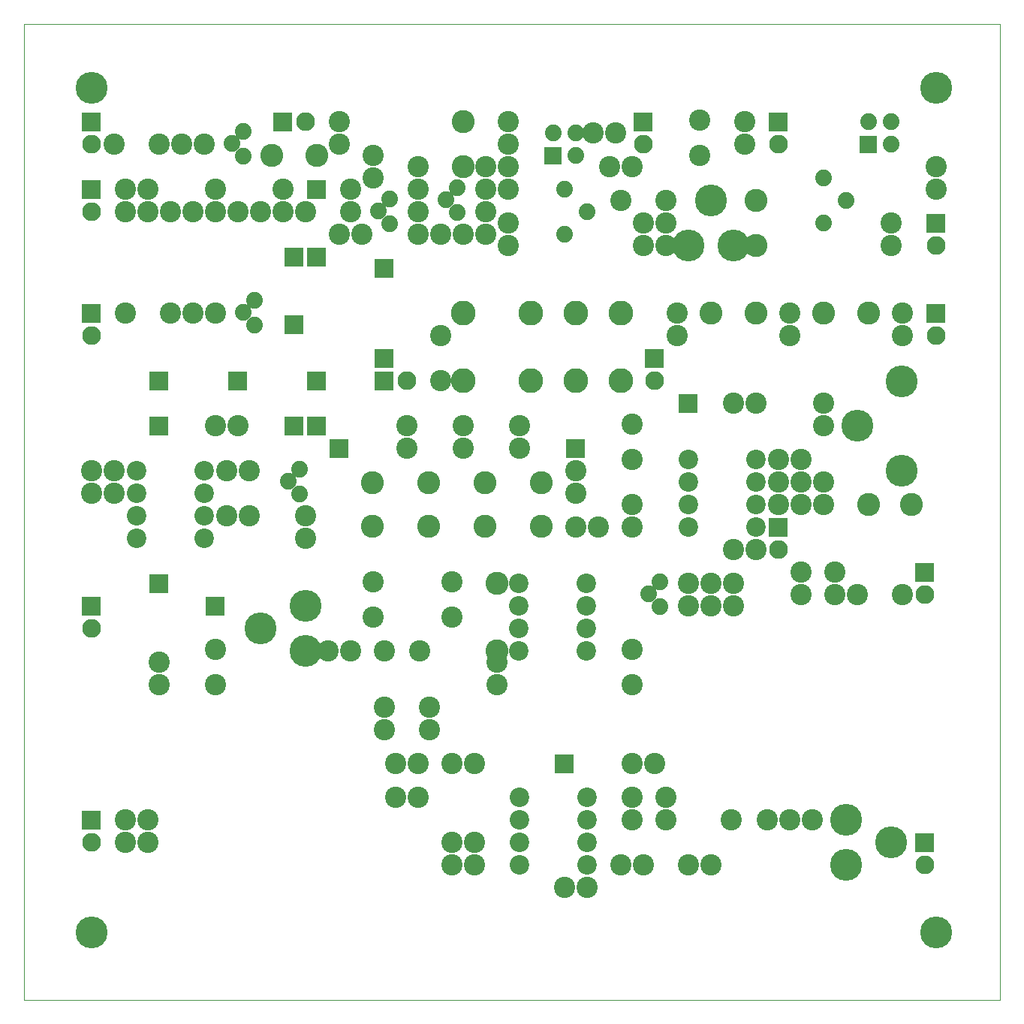
<source format=gbr>
%FSLAX34Y34*%
%MOMM*%
%LNSOLDERMASK_BOTTOM*%
G71*
G01*
%ADD10C, 0.00*%
%ADD11C, 2.12*%
%ADD12C, 2.40*%
%ADD13C, 1.88*%
%ADD14C, 2.60*%
%ADD15C, 1.88*%
%ADD16C, 3.60*%
%ADD17C, 2.20*%
%ADD18C, 2.80*%
%ADD19C, 3.60*%
%ADD20C, 3.60*%
%LPD*%
G54D10*
X-50000Y1050000D02*
X1050000Y1050000D01*
X1050000Y-50000D01*
X-50000Y-50000D01*
X-50000Y1050000D01*
G36*
X36000Y950400D02*
X36000Y929200D01*
X14800Y929200D01*
X14800Y950400D01*
X36000Y950400D01*
G37*
X25400Y914400D02*
G54D11*
D03*
X127000Y914400D02*
G54D12*
D03*
X152400Y914400D02*
G54D12*
D03*
X101600Y914400D02*
G54D12*
D03*
X50800Y914400D02*
G54D12*
D03*
X196566Y901371D02*
G54D13*
D03*
X183866Y915371D02*
G54D13*
D03*
X196566Y929371D02*
G54D13*
D03*
G36*
X230700Y950400D02*
X251900Y950400D01*
X251900Y929200D01*
X230700Y929200D01*
X230700Y950400D01*
G37*
X266700Y939800D02*
G54D11*
D03*
X228600Y901700D02*
G54D14*
D03*
X279400Y901700D02*
G54D14*
D03*
X304800Y939800D02*
G54D12*
D03*
X304800Y914400D02*
G54D12*
D03*
X361666Y825171D02*
G54D13*
D03*
X348966Y839171D02*
G54D13*
D03*
X361666Y853171D02*
G54D13*
D03*
G36*
X36000Y874200D02*
X36000Y853000D01*
X14800Y853000D01*
X14800Y874200D01*
X36000Y874200D01*
G37*
X25400Y838200D02*
G54D11*
D03*
X63500Y863600D02*
G54D12*
D03*
X63500Y838200D02*
G54D12*
D03*
X88900Y863600D02*
G54D12*
D03*
X88900Y838200D02*
G54D12*
D03*
X114300Y838200D02*
G54D12*
D03*
X139700Y838200D02*
G54D12*
D03*
X165100Y863600D02*
G54D12*
D03*
X165100Y838200D02*
G54D12*
D03*
X190500Y838200D02*
G54D12*
D03*
X215900Y838200D02*
G54D12*
D03*
X241300Y863600D02*
G54D12*
D03*
X241300Y838200D02*
G54D12*
D03*
X317500Y863600D02*
G54D12*
D03*
X317500Y838200D02*
G54D12*
D03*
X342900Y901700D02*
G54D12*
D03*
X342900Y876300D02*
G54D12*
D03*
X393700Y812800D02*
G54D12*
D03*
X393700Y838200D02*
G54D12*
D03*
X437866Y837871D02*
G54D13*
D03*
X425166Y851871D02*
G54D13*
D03*
X437866Y865871D02*
G54D13*
D03*
X393700Y889000D02*
G54D12*
D03*
X393700Y863600D02*
G54D12*
D03*
X304800Y812800D02*
G54D12*
D03*
X330200Y812800D02*
G54D12*
D03*
X444500Y939800D02*
G54D14*
D03*
X444500Y889000D02*
G54D14*
D03*
X419100Y812800D02*
G54D12*
D03*
X444500Y812800D02*
G54D12*
D03*
X469900Y889000D02*
G54D12*
D03*
X469900Y863600D02*
G54D12*
D03*
X469900Y838200D02*
G54D12*
D03*
X469900Y812800D02*
G54D12*
D03*
X495300Y889000D02*
G54D12*
D03*
X495300Y863600D02*
G54D12*
D03*
X558800Y812800D02*
G54D13*
D03*
X584200Y838200D02*
G54D13*
D03*
X558800Y863600D02*
G54D13*
D03*
X495300Y825500D02*
G54D12*
D03*
X495300Y800100D02*
G54D12*
D03*
G36*
X536700Y911100D02*
X555500Y911100D01*
X555500Y892300D01*
X536700Y892300D01*
X536700Y911100D01*
G37*
X546100Y927100D02*
G54D15*
D03*
X571500Y901700D02*
G54D15*
D03*
X571500Y927100D02*
G54D15*
D03*
X495300Y939800D02*
G54D12*
D03*
X495300Y914400D02*
G54D12*
D03*
X635000Y889000D02*
G54D12*
D03*
X609600Y889000D02*
G54D12*
D03*
X673100Y850900D02*
G54D12*
D03*
X622300Y850900D02*
G54D12*
D03*
X647700Y825500D02*
G54D12*
D03*
X647700Y800100D02*
G54D12*
D03*
X673100Y825500D02*
G54D12*
D03*
X673100Y800100D02*
G54D12*
D03*
X698500Y800100D02*
G54D16*
D03*
X749300Y800100D02*
G54D16*
D03*
X723900Y850900D02*
G54D16*
D03*
X711200Y901700D02*
G54D12*
D03*
X711200Y941700D02*
G54D12*
D03*
X616978Y927499D02*
G54D12*
D03*
X591578Y927499D02*
G54D12*
D03*
G36*
X658300Y950400D02*
X658300Y929200D01*
X637100Y929200D01*
X637100Y950400D01*
X658300Y950400D01*
G37*
X647700Y914400D02*
G54D11*
D03*
X762000Y939800D02*
G54D12*
D03*
X762000Y914400D02*
G54D12*
D03*
X850900Y825500D02*
G54D13*
D03*
X876300Y850900D02*
G54D13*
D03*
X850900Y876300D02*
G54D13*
D03*
X774700Y850900D02*
G54D14*
D03*
X774700Y800100D02*
G54D14*
D03*
G36*
X810700Y950400D02*
X810700Y929200D01*
X789500Y929200D01*
X789500Y950400D01*
X810700Y950400D01*
G37*
X800100Y914400D02*
G54D11*
D03*
G36*
X892300Y923800D02*
X911100Y923800D01*
X911100Y905000D01*
X892300Y905000D01*
X892300Y923800D01*
G37*
X901700Y939800D02*
G54D15*
D03*
X927100Y914400D02*
G54D15*
D03*
X927100Y939800D02*
G54D15*
D03*
X977900Y863600D02*
G54D12*
D03*
X977900Y889000D02*
G54D12*
D03*
G36*
X988500Y836100D02*
X988500Y814900D01*
X967300Y814900D01*
X967300Y836100D01*
X988500Y836100D01*
G37*
X977900Y800100D02*
G54D11*
D03*
X927100Y825500D02*
G54D12*
D03*
X927100Y800100D02*
G54D12*
D03*
X76200Y546100D02*
G54D17*
D03*
X76200Y520700D02*
G54D17*
D03*
X76200Y495300D02*
G54D17*
D03*
X76200Y469900D02*
G54D17*
D03*
X152400Y546100D02*
G54D17*
D03*
X152400Y520700D02*
G54D17*
D03*
X152400Y495300D02*
G54D17*
D03*
X152400Y469900D02*
G54D17*
D03*
X698500Y558800D02*
G54D17*
D03*
X698500Y533400D02*
G54D17*
D03*
X698500Y508000D02*
G54D17*
D03*
X698500Y482600D02*
G54D17*
D03*
X774700Y558800D02*
G54D17*
D03*
X774700Y533400D02*
G54D17*
D03*
X774700Y508000D02*
G54D17*
D03*
X774700Y482600D02*
G54D17*
D03*
X342050Y532550D02*
G54D14*
D03*
X342050Y484150D02*
G54D14*
D03*
X444885Y647935D02*
G54D18*
D03*
X444885Y724135D02*
G54D18*
D03*
X521085Y647935D02*
G54D18*
D03*
X571885Y647935D02*
G54D18*
D03*
X622685Y647935D02*
G54D18*
D03*
X521085Y724135D02*
G54D18*
D03*
X571885Y724135D02*
G54D18*
D03*
X622685Y724135D02*
G54D18*
D03*
G36*
X988500Y734500D02*
X988500Y713300D01*
X967300Y713300D01*
X967300Y734500D01*
X988500Y734500D01*
G37*
X977900Y698500D02*
G54D11*
D03*
X939800Y698500D02*
G54D12*
D03*
X939800Y723900D02*
G54D12*
D03*
X901700Y723900D02*
G54D14*
D03*
X850900Y723900D02*
G54D14*
D03*
X812800Y698500D02*
G54D12*
D03*
X812800Y723900D02*
G54D12*
D03*
X774700Y723900D02*
G54D14*
D03*
X723900Y723900D02*
G54D14*
D03*
X685800Y698500D02*
G54D12*
D03*
X685800Y723900D02*
G54D12*
D03*
G36*
X36000Y734500D02*
X36000Y713300D01*
X14800Y713300D01*
X14800Y734500D01*
X36000Y734500D01*
G37*
X25400Y698500D02*
G54D11*
D03*
X114300Y723900D02*
G54D12*
D03*
X63500Y723900D02*
G54D12*
D03*
X139700Y723900D02*
G54D12*
D03*
X165100Y723900D02*
G54D12*
D03*
X209266Y710871D02*
G54D13*
D03*
X196566Y724871D02*
G54D13*
D03*
X209266Y738871D02*
G54D13*
D03*
X419100Y647700D02*
G54D12*
D03*
X419100Y698500D02*
G54D12*
D03*
G36*
X671000Y683700D02*
X671000Y662500D01*
X649800Y662500D01*
X649800Y683700D01*
X671000Y683700D01*
G37*
X660400Y647700D02*
G54D11*
D03*
X405550Y532550D02*
G54D14*
D03*
X405550Y484150D02*
G54D14*
D03*
X469050Y532550D02*
G54D14*
D03*
X469050Y484150D02*
G54D14*
D03*
X532550Y532550D02*
G54D14*
D03*
X532550Y484150D02*
G54D14*
D03*
X381000Y571500D02*
G54D12*
D03*
X381000Y596900D02*
G54D12*
D03*
X444500Y571500D02*
G54D12*
D03*
X444500Y596900D02*
G54D12*
D03*
X508000Y571500D02*
G54D12*
D03*
X508000Y596900D02*
G54D12*
D03*
X260066Y520371D02*
G54D13*
D03*
X247366Y534371D02*
G54D13*
D03*
X260066Y548371D02*
G54D13*
D03*
X266700Y495300D02*
G54D12*
D03*
X266700Y469900D02*
G54D12*
D03*
X571500Y520700D02*
G54D12*
D03*
X571500Y546100D02*
G54D12*
D03*
X596900Y482600D02*
G54D12*
D03*
X571500Y482600D02*
G54D12*
D03*
X50800Y546100D02*
G54D12*
D03*
X25400Y546100D02*
G54D12*
D03*
X50800Y520700D02*
G54D12*
D03*
X25400Y520700D02*
G54D12*
D03*
X203200Y495300D02*
G54D12*
D03*
X177800Y495300D02*
G54D12*
D03*
X203200Y546100D02*
G54D12*
D03*
X177800Y546100D02*
G54D12*
D03*
X635000Y508000D02*
G54D12*
D03*
X635000Y482600D02*
G54D12*
D03*
X635000Y598800D02*
G54D12*
D03*
X635000Y558800D02*
G54D12*
D03*
G36*
X294200Y582100D02*
X315400Y582100D01*
X315400Y560900D01*
X294200Y560900D01*
X294200Y582100D01*
G37*
G36*
X243400Y798000D02*
X264600Y798000D01*
X264600Y776800D01*
X243400Y776800D01*
X243400Y798000D01*
G37*
G36*
X243400Y607500D02*
X264600Y607500D01*
X264600Y586300D01*
X243400Y586300D01*
X243400Y607500D01*
G37*
G36*
X243400Y721800D02*
X264600Y721800D01*
X264600Y700600D01*
X243400Y700600D01*
X243400Y721800D01*
G37*
X165100Y596900D02*
G54D12*
D03*
X190500Y596900D02*
G54D12*
D03*
G36*
X268800Y874200D02*
X290000Y874200D01*
X290000Y853000D01*
X268800Y853000D01*
X268800Y874200D01*
G37*
G36*
X268800Y798000D02*
X290000Y798000D01*
X290000Y776800D01*
X268800Y776800D01*
X268800Y798000D01*
G37*
G36*
X268800Y658300D02*
X290000Y658300D01*
X290000Y637100D01*
X268800Y637100D01*
X268800Y658300D01*
G37*
G36*
X179900Y658300D02*
X201100Y658300D01*
X201100Y637100D01*
X179900Y637100D01*
X179900Y658300D01*
G37*
G36*
X268800Y607500D02*
X290000Y607500D01*
X290000Y586300D01*
X268800Y586300D01*
X268800Y607500D01*
G37*
X266700Y838200D02*
G54D12*
D03*
X317500Y838200D02*
G54D12*
D03*
X800100Y508000D02*
G54D12*
D03*
X800100Y533400D02*
G54D12*
D03*
X825500Y558800D02*
G54D12*
D03*
X800100Y558800D02*
G54D12*
D03*
X850900Y533400D02*
G54D12*
D03*
X825500Y533400D02*
G54D12*
D03*
X850900Y508000D02*
G54D12*
D03*
X825500Y508000D02*
G54D12*
D03*
X901700Y508000D02*
G54D14*
D03*
X950100Y508000D02*
G54D14*
D03*
X889000Y596900D02*
G54D19*
D03*
X939000Y646900D02*
G54D19*
D03*
X939000Y546900D02*
G54D19*
D03*
X850900Y596900D02*
G54D12*
D03*
X850900Y622300D02*
G54D12*
D03*
G36*
X687900Y632900D02*
X709100Y632900D01*
X709100Y611700D01*
X687900Y611700D01*
X687900Y632900D01*
G37*
X749300Y622300D02*
G54D12*
D03*
X774700Y622300D02*
G54D12*
D03*
G36*
X345000Y658300D02*
X366200Y658300D01*
X366200Y637100D01*
X345000Y637100D01*
X345000Y658300D01*
G37*
X381000Y647700D02*
G54D11*
D03*
G36*
X345000Y683700D02*
X366200Y683700D01*
X366200Y662500D01*
X345000Y662500D01*
X345000Y683700D01*
G37*
G36*
X345000Y785300D02*
X366200Y785300D01*
X366200Y764100D01*
X345000Y764100D01*
X345000Y785300D01*
G37*
G36*
X560900Y582100D02*
X582100Y582100D01*
X582100Y560900D01*
X560900Y560900D01*
X560900Y582100D01*
G37*
X749300Y419100D02*
G54D12*
D03*
X723900Y419100D02*
G54D12*
D03*
X749300Y393700D02*
G54D12*
D03*
X723900Y393700D02*
G54D12*
D03*
X698500Y419100D02*
G54D12*
D03*
X698500Y393700D02*
G54D12*
D03*
X666466Y393371D02*
G54D13*
D03*
X653766Y407371D02*
G54D13*
D03*
X666466Y421371D02*
G54D13*
D03*
G36*
X975800Y442400D02*
X975800Y421200D01*
X954600Y421200D01*
X954600Y442400D01*
X975800Y442400D01*
G37*
X965200Y406400D02*
G54D11*
D03*
X889000Y406400D02*
G54D12*
D03*
X939800Y406400D02*
G54D12*
D03*
X863600Y406400D02*
G54D12*
D03*
X863600Y431800D02*
G54D12*
D03*
X825500Y431800D02*
G54D12*
D03*
X825500Y406400D02*
G54D12*
D03*
X584051Y342890D02*
G54D17*
D03*
X584051Y368290D02*
G54D17*
D03*
X584051Y393691D02*
G54D17*
D03*
X584051Y419090D02*
G54D17*
D03*
X507851Y342890D02*
G54D17*
D03*
X507851Y368290D02*
G54D17*
D03*
X507851Y393691D02*
G54D17*
D03*
X507851Y419090D02*
G54D17*
D03*
X482600Y304800D02*
G54D12*
D03*
X482600Y330200D02*
G54D12*
D03*
X431800Y421000D02*
G54D12*
D03*
X431800Y381000D02*
G54D12*
D03*
X482600Y419100D02*
G54D14*
D03*
X482600Y342900D02*
G54D14*
D03*
X342900Y421000D02*
G54D12*
D03*
X342900Y381000D02*
G54D12*
D03*
G36*
X91000Y658300D02*
X112200Y658300D01*
X112200Y637100D01*
X91000Y637100D01*
X91000Y658300D01*
G37*
G36*
X91000Y429700D02*
X112200Y429700D01*
X112200Y408500D01*
X91000Y408500D01*
X91000Y429700D01*
G37*
G36*
X91000Y607500D02*
X112200Y607500D01*
X112200Y586300D01*
X91000Y586300D01*
X91000Y607500D01*
G37*
X355600Y342900D02*
G54D12*
D03*
X395600Y342900D02*
G54D12*
D03*
X266700Y342900D02*
G54D16*
D03*
X266700Y393700D02*
G54D16*
D03*
X215900Y368300D02*
G54D16*
D03*
G36*
X36000Y404300D02*
X36000Y383100D01*
X14800Y383100D01*
X14800Y404300D01*
X36000Y404300D01*
G37*
X25400Y368300D02*
G54D11*
D03*
X508000Y177800D02*
G54D17*
D03*
X508000Y152400D02*
G54D17*
D03*
X508000Y127000D02*
G54D17*
D03*
X508000Y101600D02*
G54D17*
D03*
X584200Y177800D02*
G54D17*
D03*
X584200Y152400D02*
G54D17*
D03*
X584200Y127000D02*
G54D17*
D03*
X584200Y101600D02*
G54D17*
D03*
X635000Y344800D02*
G54D12*
D03*
X635000Y304800D02*
G54D12*
D03*
X317500Y342900D02*
G54D12*
D03*
X292100Y342900D02*
G54D12*
D03*
G36*
X36000Y163000D02*
X36000Y141800D01*
X14800Y141800D01*
X14800Y163000D01*
X36000Y163000D01*
G37*
X25400Y127000D02*
G54D11*
D03*
X88900Y152400D02*
G54D12*
D03*
X63500Y152400D02*
G54D12*
D03*
X88900Y127000D02*
G54D12*
D03*
X63500Y127000D02*
G54D12*
D03*
G36*
X810700Y493200D02*
X810700Y472000D01*
X789500Y472000D01*
X789500Y493200D01*
X810700Y493200D01*
G37*
X800100Y457200D02*
G54D11*
D03*
X774700Y457200D02*
G54D12*
D03*
X749300Y457200D02*
G54D12*
D03*
X393700Y177800D02*
G54D12*
D03*
X368300Y177800D02*
G54D12*
D03*
X393700Y215900D02*
G54D12*
D03*
X368300Y215900D02*
G54D12*
D03*
X355600Y254000D02*
G54D12*
D03*
X406400Y254000D02*
G54D12*
D03*
X406400Y279400D02*
G54D12*
D03*
X355600Y279400D02*
G54D12*
D03*
X457200Y215900D02*
G54D12*
D03*
X431800Y215900D02*
G54D12*
D03*
G36*
X154500Y404300D02*
X175700Y404300D01*
X175700Y383100D01*
X154500Y383100D01*
X154500Y404300D01*
G37*
X165100Y344800D02*
G54D12*
D03*
X165100Y304800D02*
G54D12*
D03*
X101600Y330200D02*
G54D12*
D03*
X101600Y304800D02*
G54D12*
D03*
X431800Y101600D02*
G54D12*
D03*
X431800Y127000D02*
G54D12*
D03*
X457200Y127000D02*
G54D12*
D03*
X457200Y101600D02*
G54D12*
D03*
X647700Y101600D02*
G54D12*
D03*
X622300Y101600D02*
G54D12*
D03*
X723900Y101600D02*
G54D12*
D03*
X698500Y101600D02*
G54D12*
D03*
X584200Y76200D02*
G54D12*
D03*
X558800Y76200D02*
G54D12*
D03*
X635000Y152400D02*
G54D12*
D03*
X635000Y177800D02*
G54D12*
D03*
X673100Y177800D02*
G54D12*
D03*
X673100Y152400D02*
G54D12*
D03*
X660400Y215900D02*
G54D12*
D03*
X635000Y215900D02*
G54D12*
D03*
G36*
X548200Y226500D02*
X569400Y226500D01*
X569400Y205300D01*
X548200Y205300D01*
X548200Y226500D01*
G37*
X787400Y152400D02*
G54D12*
D03*
X747400Y152400D02*
G54D12*
D03*
X838200Y152400D02*
G54D12*
D03*
X812800Y152400D02*
G54D12*
D03*
X876300Y152400D02*
G54D16*
D03*
X876300Y101600D02*
G54D16*
D03*
X927100Y127000D02*
G54D16*
D03*
G36*
X975800Y137600D02*
X975800Y116400D01*
X954600Y116400D01*
X954600Y137600D01*
X975800Y137600D01*
G37*
X965200Y101600D02*
G54D11*
D03*
X25400Y977900D02*
G54D12*
D03*
X977900Y977900D02*
G54D12*
D03*
X977900Y25400D02*
G54D12*
D03*
X25400Y25400D02*
G54D12*
D03*
X25400Y977900D02*
G54D12*
D03*
X25400Y977900D02*
G54D12*
D03*
X25400Y977900D02*
G54D12*
D03*
X977900Y977900D02*
G54D12*
D03*
X977900Y25400D02*
G54D12*
D03*
X25400Y25400D02*
G54D12*
D03*
X25400Y977900D02*
G54D12*
D03*
X25400Y977900D02*
G54D20*
D03*
X977900Y977900D02*
G54D20*
D03*
X977900Y25400D02*
G54D20*
D03*
X25400Y25400D02*
G54D20*
D03*
M02*

</source>
